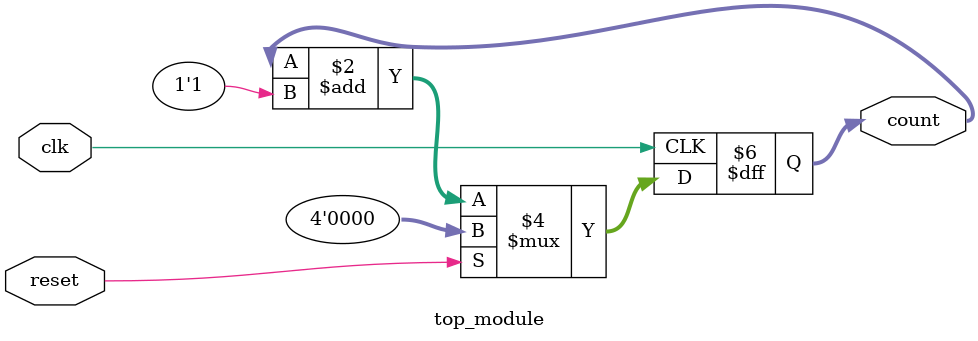
<source format=v>

module top_module (
    input  clk,
    input  reset,
    output reg [3:0] count
);
    always @(posedge clk) begin
        if (reset)
            count <= 4'b0000;
        else
            count <= count + 1'b1;
    end
endmodule

</source>
